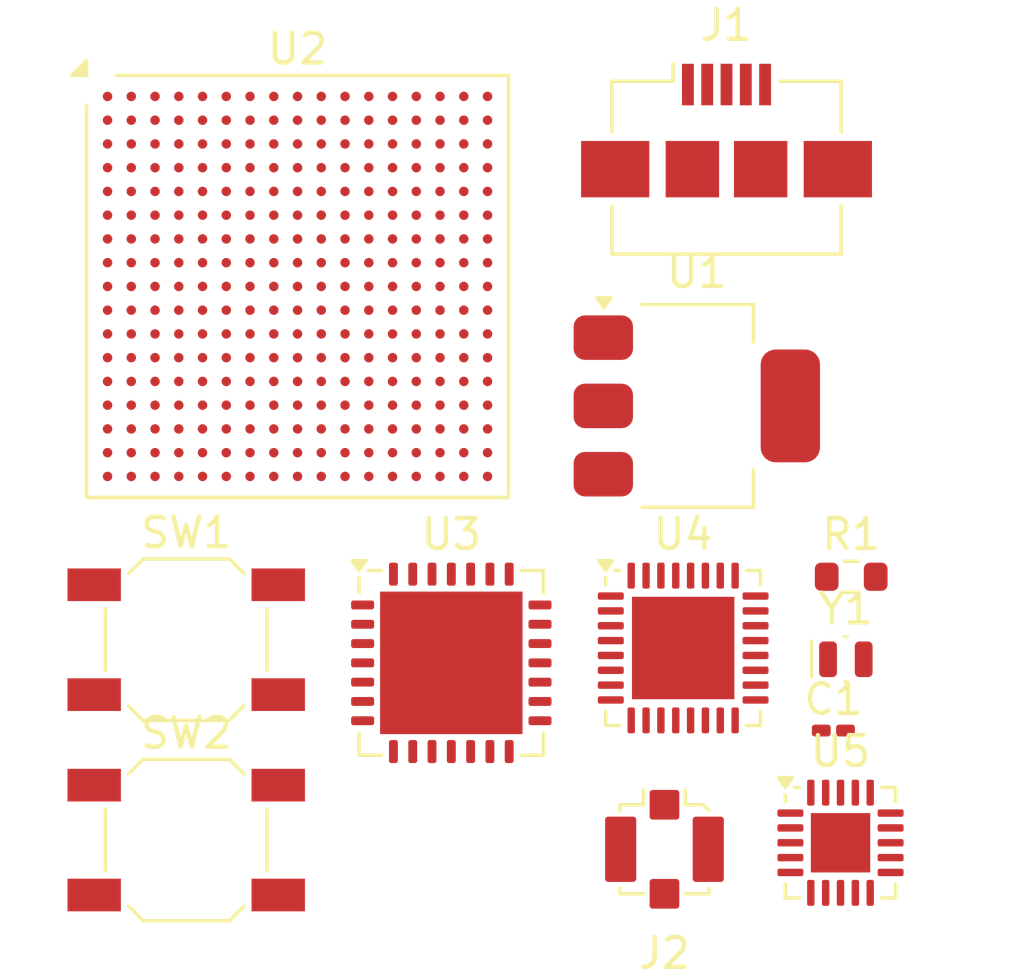
<source format=kicad_pcb>
(kicad_pcb (version 20241229) (generator "pcbnew") (generator_version "9.0")
  (layers (0 "F.Cu" power) (2 "B.Cu" power) (13 "F.Paste" user) (15 "B.Paste" user) (5 "F.SilkS" user "F.Silkscreen") (7 "B.SilkS" user "B.Silkscreen") (1 "F.Mask" user) (3 "B.Mask" user) (25 "Edge.Cuts" user))
  (net 0 "")
  (net 5 "Net-(J1-GND)")
  (net 6 "Net-(J2-In)")
  (net 7 "Net-(J1-VBUS)")
  (net 8 "Net-(U3-~{RESET})")
  (net 27 "Net-(U3-XTB)")
  (net 30 "Net-(U1-VO)")
  (net 35 "Net-(U2-VSS-PadA1)")
  (net 322 "Net-(U3-XTA)")
  (net 324 "Net-(U5-VSS-Pad1)")
  (footprint "Capacitor_SMD:C_0201_0603Metric_Pad0.64x0.40mm_HandSolder" (layer "F.Cu") (at 148.5725 57.72)
    (property "Reference" "C1" (at 0 -1.05 0) (layer "F.SilkS"))
    (property "Value" "20pF")
    (pad "1" smd roundrect (at -0.4075 0) (size 0.635 0.4) (layers "F.Cu" "F.Mask"))
    (pad "2" smd roundrect (at 0.4075 0) (size 0.635 0.4) (layers "F.Cu" "F.Mask") (net 322 "Net-(U3-XTA)"))
  )
  (footprint "Package_DFN_QFN:QFN-28-1EP_6x6mm_P0.65mm_EP4.8x4.8mm" (layer "F.Cu") (at 135.7025 55.44)
    (property "Reference" "U3" (at 0 -4.33 0) (layer "F.SilkS"))
    (property "Value" "SX1276")
    (pad "1" smd roundrect (at -2.9875 -1.95) (size 0.775 0.3) (layers "F.Cu" "F.Mask" "F.Paste"))
    (pad "2" smd roundrect (at -2.9875 -1.3) (size 0.775 0.3) (layers "F.Cu" "F.Mask" "F.Paste"))
    (pad "3" smd roundrect (at -2.9875 -0.65) (size 0.775 0.3) (layers "F.Cu" "F.Mask" "F.Paste"))
    (pad "4" smd roundrect (at -2.9875 0) (size 0.775 0.3) (layers "F.Cu" "F.Mask" "F.Paste"))
    (pad "5" smd roundrect (at -2.9875 0.65) (size 0.775 0.3) (layers "F.Cu" "F.Mask" "F.Paste") (net 322 "Net-(U3-XTA)"))
    (pad "6" smd roundrect (at -2.9875 1.3) (size 0.775 0.3) (layers "F.Cu" "F.Mask" "F.Paste") (net 27 "Net-(U3-XTB)"))
    (pad "7" smd roundrect (at -2.9875 1.95) (size 0.775 0.3) (layers "F.Cu" "F.Mask" "F.Paste") (net 8 "Net-(U3-~{RESET})"))
    (pad "8" smd roundrect (at -1.95 2.9875) (size 0.3 0.775) (layers "F.Cu" "F.Mask" "F.Paste"))
    (pad "9" smd roundrect (at -1.3 2.9875) (size 0.3 0.775) (layers "F.Cu" "F.Mask" "F.Paste"))
    (pad "10" smd roundrect (at -0.65 2.9875) (size 0.3 0.775) (layers "F.Cu" "F.Mask" "F.Paste"))
    (pad "11" smd roundrect (at 0 2.9875) (size 0.3 0.775) (layers "F.Cu" "F.Mask" "F.Paste"))
    (pad "12" smd roundrect (at 0.65 2.9875) (size 0.3 0.775) (layers "F.Cu" "F.Mask" "F.Paste"))
    (pad "13" smd roundrect (at 1.3 2.9875) (size 0.3 0.775) (layers "F.Cu" "F.Mask" "F.Paste"))
    (pad "14" smd roundrect (at 1.95 2.9875) (size 0.3 0.775) (layers "F.Cu" "F.Mask" "F.Paste"))
    (pad "15" smd roundrect (at 2.9875 1.95) (size 0.775 0.3) (layers "F.Cu" "F.Mask" "F.Paste") (net 5 "Net-(J1-GND)"))
    (pad "16" smd roundrect (at 2.9875 1.3) (size 0.775 0.3) (layers "F.Cu" "F.Mask" "F.Paste"))
    (pad "17" smd roundrect (at 2.9875 0.65) (size 0.775 0.3) (layers "F.Cu" "F.Mask" "F.Paste"))
    (pad "18" smd roundrect (at 2.9875 0) (size 0.775 0.3) (layers "F.Cu" "F.Mask" "F.Paste"))
    (pad "19" smd roundrect (at 2.9875 -0.65) (size 0.775 0.3) (layers "F.Cu" "F.Mask" "F.Paste"))
    (pad "20" smd roundrect (at 2.9875 -1.3) (size 0.775 0.3) (layers "F.Cu" "F.Mask" "F.Paste") (net 6 "Net-(J2-In)"))
    (pad "21" smd roundrect (at 2.9875 -1.95) (size 0.775 0.3) (layers "F.Cu" "F.Mask" "F.Paste"))
    (pad "22" smd roundrect (at 1.95 -2.9875) (size 0.3 0.775) (layers "F.Cu" "F.Mask" "F.Paste"))
    (pad "23" smd roundrect (at 1.3 -2.9875) (size 0.3 0.775) (layers "F.Cu" "F.Mask" "F.Paste") (net 5 "Net-(J1-GND)"))
    (pad "24" smd roundrect (at 0.65 -2.9875) (size 0.3 0.775) (layers "F.Cu" "F.Mask" "F.Paste"))
    (pad "25" smd roundrect (at 0 -2.9875) (size 0.3 0.775) (layers "F.Cu" "F.Mask" "F.Paste"))
    (pad "26" smd roundrect (at -0.65 -2.9875) (size 0.3 0.775) (layers "F.Cu" "F.Mask" "F.Paste") (net 5 "Net-(J1-GND)"))
    (pad "27" smd roundrect (at -1.3 -2.9875) (size 0.3 0.775) (layers "F.Cu" "F.Mask" "F.Paste"))
    (pad "28" smd roundrect (at -1.95 -2.9875) (size 0.3 0.775) (layers "F.Cu" "F.Mask" "F.Paste"))
    (pad "29" smd rect (at 0 0) (size 4.8 4.8) (property pad_prop_heatsink) (layers "F.Cu" "F.Mask") (net 5 "Net-(J1-GND)"))
  )
  (footprint "Package_DFN_QFN:QFN-20-1EP_3.5x3.5mm_P0.5mm_EP2x2mm" (layer "F.Cu") (at 148.8125 61.5)
    (property "Reference" "U5" (at 0 -3.08 0) (layer "F.SilkS"))
    (property "Value" "BQ25570")
    (pad "1" smd roundrect (at -1.6875 -1) (size 0.875 0.25) (layers "F.Cu" "F.Mask" "F.Paste") (net 324 "Net-(U5-VSS-Pad1)"))
    (pad "2" smd roundrect (at -1.6875 -0.5) (size 0.875 0.25) (layers "F.Cu" "F.Mask" "F.Paste"))
    (pad "3" smd roundrect (at -1.6875 0) (size 0.875 0.25) (layers "F.Cu" "F.Mask" "F.Paste"))
    (pad "4" smd roundrect (at -1.6875 0.5) (size 0.875 0.25) (layers "F.Cu" "F.Mask" "F.Paste"))
    (pad "5" smd roundrect (at -1.6875 1) (size 0.875 0.25) (layers "F.Cu" "F.Mask" "F.Paste"))
    (pad "6" smd roundrect (at -1 1.6875) (size 0.25 0.875) (layers "F.Cu" "F.Mask" "F.Paste"))
    (pad "7" smd roundrect (at -0.5 1.6875) (size 0.25 0.875) (layers "F.Cu" "F.Mask" "F.Paste"))
    (pad "8" smd roundrect (at 0 1.6875) (size 0.25 0.875) (layers "F.Cu" "F.Mask" "F.Paste"))
    (pad "9" smd roundrect (at 0.5 1.6875) (size 0.25 0.875) (layers "F.Cu" "F.Mask" "F.Paste") (net 324 "Net-(U5-VSS-Pad1)"))
    (pad "10" smd roundrect (at 1 1.6875) (size 0.25 0.875) (layers "F.Cu" "F.Mask" "F.Paste"))
    (pad "11" smd roundrect (at 1.6875 1) (size 0.875 0.25) (layers "F.Cu" "F.Mask" "F.Paste"))
    (pad "12" smd roundrect (at 1.6875 0.5) (size 0.875 0.25) (layers "F.Cu" "F.Mask" "F.Paste"))
    (pad "13" smd roundrect (at 1.6875 0) (size 0.875 0.25) (layers "F.Cu" "F.Mask" "F.Paste"))
    (pad "14" smd roundrect (at 1.6875 -0.5) (size 0.875 0.25) (layers "F.Cu" "F.Mask" "F.Paste"))
    (pad "15" smd roundrect (at 1.6875 -1) (size 0.875 0.25) (layers "F.Cu" "F.Mask" "F.Paste") (net 324 "Net-(U5-VSS-Pad1)"))
    (pad "16" smd roundrect (at 1 -1.6875) (size 0.25 0.875) (layers "F.Cu" "F.Mask" "F.Paste"))
    (pad "17" smd roundrect (at 0.5 -1.6875) (size 0.25 0.875) (layers "F.Cu" "F.Mask" "F.Paste") (net 324 "Net-(U5-VSS-Pad1)"))
    (pad "18" smd roundrect (at 0 -1.6875) (size 0.25 0.875) (layers "F.Cu" "F.Mask" "F.Paste"))
    (pad "19" smd roundrect (at -0.5 -1.6875) (size 0.25 0.875) (layers "F.Cu" "F.Mask" "F.Paste"))
    (pad "20" smd roundrect (at -1 -1.6875) (size 0.25 0.875) (layers "F.Cu" "F.Mask" "F.Paste"))
    (pad "21" smd rect (at 0 0) (size 2 2) (property pad_prop_heatsink) (layers "F.Cu" "F.Mask") (net 324 "Net-(U5-VSS-Pad1)"))
  )
  (footprint "Resistor_SMD:R_0603_1608Metric" (layer "F.Cu") (at 149.1725 52.54)
    (property "Reference" "R1" (at 0 -1.43 0) (layer "F.SilkS"))
    (property "Value" "R")
    (pad "1" smd roundrect (at -0.825 0) (size 0.8 0.95) (layers "F.Cu" "F.Mask" "F.Paste") (net 27 "Net-(U3-XTB)"))
    (pad "2" smd roundrect (at 0.825 0) (size 0.8 0.95) (layers "F.Cu" "F.Mask" "F.Paste") (net 322 "Net-(U3-XTA)"))
  )
  (footprint "Button_Switch_SMD:SW_SPST_SKQG_WithoutStem" (layer "F.Cu") (at 126.7725 54.66)
    (property "Reference" "SW1" (at 0 -3.6 0) (layer "F.SilkS"))
    (property "Value" "SW_Push")
    (pad "1" smd rect (at -3.1 -1.85) (size 1.8 1.1) (layers "F.Cu" "F.Mask" "F.Paste") (net 30 "Net-(U1-VO)"))
    (pad "1" smd rect (at 3.1 -1.85) (size 1.8 1.1) (layers "F.Cu" "F.Mask" "F.Paste") (net 30 "Net-(U1-VO)"))
    (pad "2" smd rect (at -3.1 1.85) (size 1.8 1.1) (layers "F.Cu" "F.Mask" "F.Paste"))
    (pad "2" smd rect (at 3.1 1.85) (size 1.8 1.1) (layers "F.Cu" "F.Mask" "F.Paste"))
  )
  (footprint "Package_DFN_QFN:QFN-32-1EP_5x5mm_P0.5mm_EP3.45x3.45mm" (layer "F.Cu") (at 143.5125 54.94)
    (property "Reference" "U4" (at 0 -3.83 0) (layer "F.SilkS"))
    (property "Value" "nRF8001")
    (pad "1" smd roundrect (at -2.4375 -1.75) (size 0.875 0.25) (layers "F.Cu" "F.Mask" "F.Paste"))
    (pad "2" smd roundrect (at -2.4375 -1.25) (size 0.875 0.25) (layers "F.Cu" "F.Mask" "F.Paste"))
    (pad "3" smd roundrect (at -2.4375 -0.75) (size 0.875 0.25) (layers "F.Cu" "F.Mask" "F.Paste"))
    (pad "4" smd roundrect (at -2.4375 -0.25) (size 0.875 0.25) (layers "F.Cu" "F.Mask" "F.Paste"))
    (pad "5" smd roundrect (at -2.4375 0.25) (size 0.875 0.25) (layers "F.Cu" "F.Mask" "F.Paste"))
    (pad "6" smd roundrect (at -2.4375 0.75) (size 0.875 0.25) (layers "F.Cu" "F.Mask" "F.Paste"))
    (pad "7" smd roundrect (at -2.4375 1.25) (size 0.875 0.25) (layers "F.Cu" "F.Mask" "F.Paste"))
    (pad "8" smd roundrect (at -2.4375 1.75) (size 0.875 0.25) (layers "F.Cu" "F.Mask" "F.Paste"))
    (pad "9" smd roundrect (at -1.75 2.4375) (size 0.25 0.875) (layers "F.Cu" "F.Mask" "F.Paste"))
    (pad "10" smd roundrect (at -1.25 2.4375) (size 0.25 0.875) (layers "F.Cu" "F.Mask" "F.Paste"))
    (pad "11" smd roundrect (at -0.75 2.4375) (size 0.25 0.875) (layers "F.Cu" "F.Mask" "F.Paste"))
    (pad "12" smd roundrect (at -0.25 2.4375) (size 0.25 0.875) (layers "F.Cu" "F.Mask" "F.Paste"))
    (pad "13" smd roundrect (at 0.25 2.4375) (size 0.25 0.875) (layers "F.Cu" "F.Mask" "F.Paste"))
    (pad "14" smd roundrect (at 0.75 2.4375) (size 0.25 0.875) (layers "F.Cu" "F.Mask" "F.Paste"))
    (pad "15" smd roundrect (at 1.25 2.4375) (size 0.25 0.875) (layers "F.Cu" "F.Mask" "F.Paste"))
    (pad "16" smd roundrect (at 1.75 2.4375) (size 0.25 0.875) (layers "F.Cu" "F.Mask" "F.Paste"))
    (pad "17" smd roundrect (at 2.4375 1.75) (size 0.875 0.25) (layers "F.Cu" "F.Mask" "F.Paste"))
    (pad "18" smd roundrect (at 2.4375 1.25) (size 0.875 0.25) (layers "F.Cu" "F.Mask" "F.Paste"))
    (pad "19" smd roundrect (at 2.4375 0.75) (size 0.875 0.25) (layers "F.Cu" "F.Mask" "F.Paste"))
    (pad "20" smd roundrect (at 2.4375 0.25) (size 0.875 0.25) (layers "F.Cu" "F.Mask" "F.Paste"))
    (pad "21" smd roundrect (at 2.4375 -0.25) (size 0.875 0.25) (layers "F.Cu" "F.Mask" "F.Paste"))
    (pad "22" smd roundrect (at 2.4375 -0.75) (size 0.875 0.25) (layers "F.Cu" "F.Mask" "F.Paste"))
    (pad "23" smd roundrect (at 2.4375 -1.25) (size 0.875 0.25) (layers "F.Cu" "F.Mask" "F.Paste"))
    (pad "24" smd roundrect (at 2.4375 -1.75) (size 0.875 0.25) (layers "F.Cu" "F.Mask" "F.Paste"))
    (pad "25" smd roundrect (at 1.75 -2.4375) (size 0.25 0.875) (layers "F.Cu" "F.Mask" "F.Paste"))
    (pad "26" smd roundrect (at 1.25 -2.4375) (size 0.25 0.875) (layers "F.Cu" "F.Mask" "F.Paste"))
    (pad "27" smd roundrect (at 0.75 -2.4375) (size 0.25 0.875) (layers "F.Cu" "F.Mask" "F.Paste"))
    (pad "28" smd roundrect (at 0.25 -2.4375) (size 0.25 0.875) (layers "F.Cu" "F.Mask" "F.Paste"))
    (pad "29" smd roundrect (at -0.25 -2.4375) (size 0.25 0.875) (layers "F.Cu" "F.Mask" "F.Paste"))
    (pad "30" smd roundrect (at -0.75 -2.4375) (size 0.25 0.875) (layers "F.Cu" "F.Mask" "F.Paste"))
    (pad "31" smd roundrect (at -1.25 -2.4375) (size 0.25 0.875) (layers "F.Cu" "F.Mask" "F.Paste"))
    (pad "32" smd roundrect (at -1.75 -2.4375) (size 0.25 0.875) (layers "F.Cu" "F.Mask" "F.Paste"))
    (pad "33" smd rect (at 0 0) (size 3.45 3.45) (property pad_prop_heatsink) (layers "F.Cu" "F.Mask"))
  )
  (footprint "Connector_USB:USB_Micro-B_Amphenol_10104110_Horizontal" (layer "F.Cu") (at 144.9725 37.51)
    (property "Reference" "J1" (at 0 -3.55 0) (layer "F.SilkS"))
    (property "Value" "USB_B_Micro")
    (pad "1" smd rect (at -1.3 -1.55) (size 0.4 1.4) (layers "F.Cu" "F.Mask" "F.Paste") (net 7 "Net-(J1-VBUS)"))
    (pad "2" smd rect (at -0.65 -1.55) (size 0.4 1.4) (layers "F.Cu" "F.Mask" "F.Paste"))
    (pad "3" smd rect (at 0 -1.55) (size 0.4 1.4) (layers "F.Cu" "F.Mask" "F.Paste"))
    (pad "4" smd rect (at 0.65 -1.55) (size 0.4 1.4) (layers "F.Cu" "F.Mask" "F.Paste"))
    (pad "5" smd rect (at 1.3 -1.55) (size 0.4 1.4) (layers "F.Cu" "F.Mask" "F.Paste") (net 5 "Net-(J1-GND)"))
    (pad "6" smd rect (at -3.75 1.3) (size 2.3 1.9) (layers "F.Cu" "F.Mask" "F.Paste"))
    (pad "6" smd rect (at -1.15 1.3) (size 1.8 1.9) (layers "F.Cu" "F.Mask" "F.Paste"))
    (pad "6" smd rect (at 1.15 1.3) (size 1.8 1.9) (layers "F.Cu" "F.Mask" "F.Paste"))
    (pad "6" smd rect (at 3.75 1.3) (size 2.3 1.9) (layers "F.Cu" "F.Mask" "F.Paste"))
  )
  (footprint "Button_Switch_SMD:SW_SPST_SKQG_WithoutStem" (layer "F.Cu") (at 126.7725 61.41)
    (property "Reference" "SW2" (at 0 -3.6 0) (layer "F.SilkS"))
    (property "Value" "SW_Push")
    (pad "1" smd rect (at -3.1 -1.85) (size 1.8 1.1) (layers "F.Cu" "F.Mask" "F.Paste") (net 7 "Net-(J1-VBUS)"))
    (pad "1" smd rect (at 3.1 -1.85) (size 1.8 1.1) (layers "F.Cu" "F.Mask" "F.Paste") (net 7 "Net-(J1-VBUS)"))
    (pad "2" smd rect (at -3.1 1.85) (size 1.8 1.1) (layers "F.Cu" "F.Mask" "F.Paste") (net 8 "Net-(U3-~{RESET})"))
    (pad "2" smd rect (at 3.1 1.85) (size 1.8 1.1) (layers "F.Cu" "F.Mask" "F.Paste") (net 8 "Net-(U3-~{RESET})"))
  )
  (footprint "Package_BGA:LFBGA-289_14x14mm_Layout17x17_P0.8mm" (layer "F.Cu") (at 130.5225 42.76)
    (property "Reference" "U2" (at 0 -8 0) (layer "F.SilkS"))
    (property "Value" "STM32MP131AAEx")
    (pad "A1" smd circle (at -6.4 -6.4) (size 0.32 0.32) (property pad_prop_bga) (layers "F.Cu" "F.Mask" "F.Paste") (net 35 "Net-(U2-VSS-PadA1)"))
    (pad "A2" smd circle (at -5.6 -6.4) (size 0.32 0.32) (property pad_prop_bga) (layers "F.Cu" "F.Mask" "F.Paste"))
    (pad "A3" smd circle (at -4.8 -6.4) (size 0.32 0.32) (property pad_prop_bga) (layers "F.Cu" "F.Mask" "F.Paste"))
    (pad "A4" smd circle (at -4 -6.4) (size 0.32 0.32) (property pad_prop_bga) (layers "F.Cu" "F.Mask" "F.Paste"))
    (pad "A5" smd circle (at -3.2 -6.4) (size 0.32 0.32) (property pad_prop_bga) (layers "F.Cu" "F.Mask" "F.Paste"))
    (pad "A6" smd circle (at -2.4 -6.4) (size 0.32 0.32) (property pad_prop_bga) (layers "F.Cu" "F.Mask" "F.Paste"))
    (pad "A7" smd circle (at -1.6 -6.4) (size 0.32 0.32) (property pad_prop_bga) (layers "F.Cu" "F.Mask" "F.Paste"))
    (pad "A8" smd circle (at -0.8 -6.4) (size 0.32 0.32) (property pad_prop_bga) (layers "F.Cu" "F.Mask" "F.Paste"))
    (pad "A9" smd circle (at 0 -6.4) (size 0.32 0.32) (property pad_prop_bga) (layers "F.Cu" "F.Mask" "F.Paste"))
    (pad "A10" smd circle (at 0.8 -6.4) (size 0.32 0.32) (property pad_prop_bga) (layers "F.Cu" "F.Mask" "F.Paste"))
    (pad "A11" smd circle (at 1.6 -6.4) (size 0.32 0.32) (property pad_prop_bga) (layers "F.Cu" "F.Mask" "F.Paste"))
    (pad "A12" smd circle (at 2.4 -6.4) (size 0.32 0.32) (property pad_prop_bga) (layers "F.Cu" "F.Mask" "F.Paste"))
    (pad "A13" smd circle (at 3.2 -6.4) (size 0.32 0.32) (property pad_prop_bga) (layers "F.Cu" "F.Mask" "F.Paste"))
    (pad "A14" smd circle (at 4 -6.4) (size 0.32 0.32) (property pad_prop_bga) (layers "F.Cu" "F.Mask" "F.Paste"))
    (pad "A15" smd circle (at 4.8 -6.4) (size 0.32 0.32) (property pad_prop_bga) (layers "F.Cu" "F.Mask" "F.Paste"))
    (pad "A16" smd circle (at 5.6 -6.4) (size 0.32 0.32) (property pad_prop_bga) (layers "F.Cu" "F.Mask" "F.Paste"))
    (pad "A17" smd circle (at 6.4 -6.4) (size 0.32 0.32) (property pad_prop_bga) (layers "F.Cu" "F.Mask" "F.Paste") (net 35 "Net-(U2-VSS-PadA1)"))
    (pad "B1" smd circle (at -6.4 -5.6) (size 0.32 0.32) (property pad_prop_bga) (layers "F.Cu" "F.Mask" "F.Paste"))
    (pad "B2" smd circle (at -5.6 -5.6) (size 0.32 0.32) (property pad_prop_bga) (layers "F.Cu" "F.Mask" "F.Paste"))
    (pad "B3" smd circle (at -4.8 -5.6) (size 0.32 0.32) (property pad_prop_bga) (layers "F.Cu" "F.Mask" "F.Paste"))
    (pad "B4" smd circle (at -4 -5.6) (size 0.32 0.32) (property pad_prop_bga) (layers "F.Cu" "F.Mask" "F.Paste"))
    (pad "B5" smd circle (at -3.2 -5.6) (size 0.32 0.32) (property pad_prop_bga) (layers "F.Cu" "F.Mask" "F.Paste"))
    (pad "B6" smd circle (at -2.4 -5.6) (size 0.32 0.32) (property pad_prop_bga) (layers "F.Cu" "F.Mask" "F.Paste"))
    (pad "B7" smd circle (at -1.6 -5.6) (size 0.32 0.32) (property pad_prop_bga) (layers "F.Cu" "F.Mask" "F.Paste"))
    (pad "B8" smd circle (at -0.8 -5.6) (size 0.32 0.32) (property pad_prop_bga) (layers "F.Cu" "F.Mask" "F.Paste"))
    (pad "B9" smd circle (at 0 -5.6) (size 0.32 0.32) (property pad_prop_bga) (layers "F.Cu" "F.Mask" "F.Paste"))
    (pad "B10" smd circle (at 0.8 -5.6) (size 0.32 0.32) (property pad_prop_bga) (layers "F.Cu" "F.Mask" "F.Paste"))
    (pad "B11" smd circle (at 1.6 -5.6) (size 0.32 0.32) (property pad_prop_bga) (layers "F.Cu" "F.Mask" "F.Paste"))
    (pad "B12" smd circle (at 2.4 -5.6) (size 0.32 0.32) (property pad_prop_bga) (layers "F.Cu" "F.Mask" "F.Paste"))
    (pad "B13" smd circle (at 3.2 -5.6) (size 0.32 0.32) (property pad_prop_bga) (layers "F.Cu" "F.Mask" "F.Paste"))
    (pad "B14" smd circle (at 4 -5.6) (size 0.32 0.32) (property pad_prop_bga) (layers "F.Cu" "F.Mask" "F.Paste"))
    (pad "B15" smd circle (at 4.8 -5.6) (size 0.32 0.32) (property pad_prop_bga) (layers "F.Cu" "F.Mask" "F.Paste"))
    (pad "B16" smd circle (at 5.6 -5.6) (size 0.32 0.32) (property pad_prop_bga) (layers "F.Cu" "F.Mask" "F.Paste"))
    (pad "B17" smd circle (at 6.4 -5.6) (size 0.32 0.32) (property pad_prop_bga) (layers "F.Cu" "F.Mask" "F.Paste"))
    (pad "C1" smd circle (at -6.4 -4.8) (size 0.32 0.32) (property pad_prop_bga) (layers "F.Cu" "F.Mask" "F.Paste"))
    (pad "C2" smd circle (at -5.6 -4.8) (size 0.32 0.32) (property pad_prop_bga) (layers "F.Cu" "F.Mask" "F.Paste"))
    (pad "C3" smd circle (at -4.8 -4.8) (size 0.32 0.32) (property pad_prop_bga) (layers "F.Cu" "F.Mask" "F.Paste"))
    (pad "C4" smd circle (at -4 -4.8) (size 0.32 0.32) (property pad_prop_bga) (layers "F.Cu" "F.Mask" "F.Paste"))
    (pad "C5" smd circle (at -3.2 -4.8) (size 0.32 0.32) (property pad_prop_bga) (layers "F.Cu" "F.Mask" "F.Paste"))
    (pad "C6" smd circle (at -2.4 -4.8) (size 0.32 0.32) (property pad_prop_bga) (layers "F.Cu" "F.Mask" "F.Paste"))
    (pad "C7" smd circle (at -1.6 -4.8) (size 0.32 0.32) (property pad_prop_bga) (layers "F.Cu" "F.Mask" "F.Paste"))
    (pad "C8" smd circle (at -0.8 -4.8) (size 0.32 0.32) (property pad_prop_bga) (layers "F.Cu" "F.Mask" "F.Paste") (net 35 "Net-(U2-VSS-PadA1)"))
    (pad "C9" smd circle (at 0 -4.8) (size 0.32 0.32) (property pad_prop_bga) (layers "F.Cu" "F.Mask" "F.Paste"))
    (pad "C10" smd circle (at 0.8 -4.8) (size 0.32 0.32) (property pad_prop_bga) (layers "F.Cu" "F.Mask" "F.Paste"))
    (pad "C11" smd circle (at 1.6 -4.8) (size 0.32 0.32) (property pad_prop_bga) (layers "F.Cu" "F.Mask" "F.Paste"))
    (pad "C12" smd circle (at 2.4 -4.8) (size 0.32 0.32) (property pad_prop_bga) (layers "F.Cu" "F.Mask" "F.Paste"))
    (pad "C13" smd circle (at 3.2 -4.8) (size 0.32 0.32) (property pad_prop_bga) (layers "F.Cu" "F.Mask" "F.Paste"))
    (pad "C14" smd circle (at 4 -4.8) (size 0.32 0.32) (property pad_prop_bga) (layers "F.Cu" "F.Mask" "F.Paste"))
    (pad "C15" smd circle (at 4.8 -4.8) (size 0.32 0.32) (property pad_prop_bga) (layers "F.Cu" "F.Mask" "F.Paste"))
    (pad "C16" smd circle (at 5.6 -4.8) (size 0.32 0.32) (property pad_prop_bga) (layers "F.Cu" "F.Mask" "F.Paste"))
    (pad "C17" smd circle (at 6.4 -4.8) (size 0.32 0.32) (property pad_prop_bga) (layers "F.Cu" "F.Mask" "F.Paste"))
    (pad "D1" smd circle (at -6.4 -4) (size 0.32 0.32) (property pad_prop_bga) (layers "F.Cu" "F.Mask" "F.Paste"))
    (pad "D2" smd circle (at -5.6 -4) (size 0.32 0.32) (property pad_prop_bga) (layers "F.Cu" "F.Mask" "F.Paste"))
    (pad "D3" smd circle (at -4.8 -4) (size 0.32 0.32) (property pad_prop_bga) (layers "F.Cu" "F.Mask" "F.Paste") (net 35 "Net-(U2-VSS-PadA1)"))
    (pad "D4" smd circle (at -4 -4) (size 0.32 0.32) (property pad_prop_bga) (layers "F.Cu" "F.Mask" "F.Paste"))
    (pad "D5" smd circle (at -3.2 -4) (size 0.32 0.32) (property pad_prop_bga) (layers "F.Cu" "F.Mask" "F.Paste"))
    (pad "D6" smd circle (at -2.4 -4) (size 0.32 0.32) (property pad_prop_bga) (layers "F.Cu" "F.Mask" "F.Paste"))
    (pad "D7" smd circle (at -1.6 -4) (size 0.32 0.32) (property pad_prop_bga) (layers "F.Cu" "F.Mask" "F.Paste"))
    (pad "D8" smd circle (at -0.8 -4) (size 0.32 0.32) (property pad_prop_bga) (layers "F.Cu" "F.Mask" "F.Paste"))
    (pad "D9" smd circle (at 0 -4) (size 0.32 0.32) (property pad_prop_bga) (layers "F.Cu" "F.Mask" "F.Paste"))
    (pad "D10" smd circle (at 0.8 -4) (size 0.32 0.32) (property pad_prop_bga) (layers "F.Cu" "F.Mask" "F.Paste"))
    (pad "D11" smd circle (at 1.6 -4) (size 0.32 0.32) (property pad_prop_bga) (layers "F.Cu" "F.Mask" "F.Paste"))
    (pad "D12" smd circle (at 2.4 -4) (size 0.32 0.32) (property pad_prop_bga) (layers "F.Cu" "F.Mask" "F.Paste") (net 35 "Net-(U2-VSS-PadA1)"))
    (pad "D13" smd circle (at 3.2 -4) (size 0.32 0.32) (property pad_prop_bga) (layers "F.Cu" "F.Mask" "F.Paste"))
    (pad "D14" smd circle (at 4 -4) (size 0.32 0.32) (property pad_prop_bga) (layers "F.Cu" "F.Mask" "F.Paste"))
    (pad "D15" smd circle (at 4.8 -4) (size 0.32 0.32) (property pad_prop_bga) (layers "F.Cu" "F.Mask" "F.Paste"))
    (pad "D16" smd circle (at 5.6 -4) (size 0.32 0.32) (property pad_prop_bga) (layers "F.Cu" "F.Mask" "F.Paste"))
    (pad "D17" smd circle (at 6.4 -4) (size 0.32 0.32) (property pad_prop_bga) (layers "F.Cu" "F.Mask" "F.Paste"))
    (pad "E1" smd circle (at -6.4 -3.2) (size 0.32 0.32) (property pad_prop_bga) (layers "F.Cu" "F.Mask" "F.Paste"))
    (pad "E2" smd circle (at -5.6 -3.2) (size 0.32 0.32) (property pad_prop_bga) (layers "F.Cu" "F.Mask" "F.Paste"))
    (pad "E3" smd circle (at -4.8 -3.2) (size 0.32 0.32) (property pad_prop_bga) (layers "F.Cu" "F.Mask" "F.Paste"))
    (pad "E4" smd circle (at -4 -3.2) (size 0.32 0.32) (property pad_prop_bga) (layers "F.Cu" "F.Mask" "F.Paste"))
    (pad "E5" smd circle (at -3.2 -3.2) (size 0.32 0.32) (property pad_prop_bga) (layers "F.Cu" "F.Mask" "F.Paste") (net 35 "Net-(U2-VSS-PadA1)"))
    (pad "E6" smd circle (at -2.4 -3.2) (size 0.32 0.32) (property pad_prop_bga) (layers "F.Cu" "F.Mask" "F.Paste"))
    (pad "E7" smd circle (at -1.6 -3.2) (size 0.32 0.32) (property pad_prop_bga) (layers "F.Cu" "F.Mask" "F.Paste"))
    (pad "E8" smd circle (at -0.8 -3.2) (size 0.32 0.32) (property pad_prop_bga) (layers "F.Cu" "F.Mask" "F.Paste"))
    (pad "E9" smd circle (at 0 -3.2) (size 0.32 0.32) (property pad_prop_bga) (layers "F.Cu" "F.Mask" "F.Paste"))
    (pad "E10" smd circle (at 0.8 -3.2) (size 0.32 0.32) (property pad_prop_bga) (layers "F.Cu" "F.Mask" "F.Paste"))
    (pad "E11" smd circle (at 1.6 -3.2) (size 0.32 0.32) (property pad_prop_bga) (layers "F.Cu" "F.Mask" "F.Paste"))
    (pad "E12" smd circle (at 2.4 -3.2) (size 0.32 0.32) (property pad_prop_bga) (layers "F.Cu" "F.Mask" "F.Paste"))
    (pad "E13" smd circle (at 3.2 -3.2) (size 0.32 0.32) (property pad_prop_bga) (layers "F.Cu" "F.Mask" "F.Paste"))
    (pad "E14" smd circle (at 4 -3.2) (size 0.32 0.32) (property pad_prop_bga) (layers "F.Cu" "F.Mask" "F.Paste"))
    (pad "E15" smd circle (at 4.8 -3.2) (size 0.32 0.32) (property pad_prop_bga) (layers "F.Cu" "F.Mask" "F.Paste"))
    (pad "E16" smd circle (at 5.6 -3.2) (size 0.32 0.32) (property pad_prop_bga) (layers "F.Cu" "F.Mask" "F.Paste"))
    (pad "E17" smd circle (at 6.4 -3.2) (size 0.32 0.32) (property pad_prop_bga) (layers "F.Cu" "F.Mask" "F.Paste"))
    (pad "F1" smd circle (at -6.4 -2.4) (size 0.32 0.32) (property pad_prop_bga) (layers "F.Cu" "F.Mask" "F.Paste"))
    (pad "F2" smd circle (at -5.6 -2.4) (size 0.32 0.32) (property pad_prop_bga) (layers "F.Cu" "F.Mask" "F.Paste"))
    (pad "F3" smd circle (at -4.8 -2.4) (size 0.32 0.32) (property pad_prop_bga) (layers "F.Cu" "F.Mask" "F.Paste"))
    (pad "F4" smd circle (at -4 -2.4) (size 0.32 0.32) (property pad_prop_bga) (layers "F.Cu" "F.Mask" "F.Paste"))
    (pad "F5" smd circle (at -3.2 -2.4) (size 0.32 0.32) (property pad_prop_bga) (layers "F.Cu" "F.Mask" "F.Paste"))
    (pad "F6" smd circle (at -2.4 -2.4) (size 0.32 0.32) (property pad_prop_bga) (layers "F.Cu" "F.Mask" "F.Paste"))
    (pad "F7" smd circle (at -1.6 -2.4) (size 0.32 0.32) (property pad_prop_bga) (layers "F.Cu" "F.Mask" "F.Paste"))
    (pad "F8" smd circle (at -0.8 -2.4) (size 0.32 0.32) (property pad_prop_bga) (layers "F.Cu" "F.Mask" "F.Paste"))
    (pad "F9" smd circle (at 0 -2.4) (size 0.32 0.32) (property pad_prop_bga) (layers "F.Cu" "F.Mask" "F.Paste"))
    (pad "F10" smd circle (at 0.8 -2.4) (size 0.32 0.32) (property pad_prop_bga) (layers "F.Cu" "F.Mask" "F.Paste"))
    (pad "F11" smd circle (at 1.6 -2.4) (size 0.32 0.32) (property pad_prop_bga) (layers "F.Cu" "F.Mask" "F.Paste"))
    (pad "F12" smd circle (at 2.4 -2.4) (size 0.32 0.32) (property pad_prop_bga) (layers "F.Cu" "F.Mask" "F.Paste"))
    (pad "F13" smd circle (at 3.2 -2.4) (size 0.32 0.32) (property pad_prop_bga) (layers "F.Cu" "F.Mask" "F.Paste") (net 35 "Net-(U2-VSS-PadA1)"))
    (pad "F14" smd circle (at 4 -2.4) (size 0.32 0.32) (property pad_prop_bga) (layers "F.Cu" "F.Mask" "F.Paste"))
    (pad "F15" smd circle (at 4.8 -2.4) (size 0.32 0.32) (property pad_prop_bga) (layers "F.Cu" "F.Mask" "F.Paste") (net 35 "Net-(U2-VSS-PadA1)"))
    (pad "F16" smd circle (at 5.6 -2.4) (size 0.32 0.32) (property pad_prop_bga) (layers "F.Cu" "F.Mask" "F.Paste"))
    (pad "F17" smd circle (at 6.4 -2.4) (size 0.32 0.32) (property pad_prop_bga) (layers "F.Cu" "F.Mask" "F.Paste"))
    (pad "G1" smd circle (at -6.4 -1.6) (size 0.32 0.32) (property pad_prop_bga) (layers "F.Cu" "F.Mask" "F.Paste"))
    (pad "G2" smd circle (at -5.6 -1.6) (size 0.32 0.32) (property pad_prop_bga) (layers "F.Cu" "F.Mask" "F.Paste"))
    (pad "G3" smd circle (at -4.8 -1.6) (size 0.32 0.32) (property pad_prop_bga) (layers "F.Cu" "F.Mask" "F.Paste"))
    (pad "G4" smd circle (at -4 -1.6) (size 0.32 0.32) (property pad_prop_bga) (layers "F.Cu" "F.Mask" "F.Paste"))
    (pad "G5" smd circle (at -3.2 -1.6) (size 0.32 0.32) (property pad_prop_bga) (layers "F.Cu" "F.Mask" "F.Paste"))
    (pad "G6" smd circle (at -2.4 -1.6) (size 0.32 0.32) (property pad_prop_bga) (layers "F.Cu" "F.Mask" "F.Paste"))
    (pad "G7" smd circle (at -1.6 -1.6) (size 0.32 0.32) (property pad_prop_bga) (layers "F.Cu" "F.Mask" "F.Paste") (net 35 "Net-(U2-VSS-PadA1)"))
    (pad "G8" smd circle (at -0.8 -1.6) (size 0.32 0.32) (property pad_prop_bga) (layers "F.Cu" "F.Mask" "F.Paste") (net 35 "Net-(U2-VSS-PadA1)"))
    (pad "G9" smd circle (at 0 -1.6) (size 0.32 0.32) (property pad_prop_bga) (layers "F.Cu" "F.Mask" "F.Paste") (net 35 "Net-(U2-VSS-PadA1)"))
    (pad "G10" smd circle (at 0.8 -1.6) (size 0.32 0.32) (property pad_prop_bga) (layers "F.Cu" "F.Mask" "F.Paste") (net 35 "Net-(U2-VSS-PadA1)"))
    (pad "G11" smd circle (at 1.6 -1.6) (size 0.32 0.32) (property pad_prop_bga) (layers "F.Cu" "F.Mask" "F.Paste") (net 35 "Net-(U2-VSS-PadA1)"))
    (pad "G12" smd circle (at 2.4 -1.6) (size 0.32 0.32) (property pad_prop_bga) (layers "F.Cu" "F.Mask" "F.Paste"))
    (pad "G13" smd circle (at 3.2 -1.6) (size 0.32 0.32) (property pad_prop_bga) (layers "F.Cu" "F.Mask" "F.Paste"))
    (pad "G14" smd circle (at 4 -1.6) (size 0.32 0.32) (property pad_prop_bga) (layers "F.Cu" "F.Mask" "F.Paste"))
    (pad "G15" smd circle (at 4.8 -1.6) (size 0.32 0.32) (property pad_prop_bga) (layers "F.Cu" "F.Mask" "F.Paste"))
    (pad "G16" smd circle (at 5.6 -1.6) (size 0.32 0.32) (property pad_prop_bga) (layers "F.Cu" "F.Mask" "F.Paste"))
    (pad "G17" smd circle (at 6.4 -1.6) (size 0.32 0.32) (property pad_prop_bga) (layers "F.Cu" "F.Mask" "F.Paste"))
    (pad "H1" smd circle (at -6.4 -0.8) (size 0.32 0.32) (property pad_prop_bga) (layers "F.Cu" "F.Mask" "F.Paste"))
    (pad "H2" smd circle (at -5.6 -0.8) (size 0.32 0.32) (property pad_prop_bga) (layers "F.Cu" "F.Mask" "F.Paste"))
    (pad "H3" smd circle (at -4.8 -0.8) (size 0.32 0.32) (property pad_prop_bga) (layers "F.Cu" "F.Mask" "F.Paste"))
    (pad "H4" smd circle (at -4 -0.8) (size 0.32 0.32) (property pad_prop_bga) (layers "F.Cu" "F.Mask" "F.Paste"))
    (pad "H5" smd circle (at -3.2 -0.8) (size 0.32 0.32) (property pad_prop_bga) (layers "F.Cu" "F.Mask" "F.Paste"))
    (pad "H6" smd circle (at -2.4 -0.8) (size 0.32 0.32) (property pad_prop_bga) (layers "F.Cu" "F.Mask" "F.Paste"))
    (pad "H7" smd circle (at -1.6 -0.8) (size 0.32 0.32) (property pad_prop_bga) (layers "F.Cu" "F.Mask" "F.Paste") (net 35 "Net-(U2-VSS-PadA1)"))
    (pad "H8" smd circle (at -0.8 -0.8) (size 0.32 0.32) (property pad_prop_bga) (layers "F.Cu" "F.Mask" "F.Paste"))
    (pad "H9" smd circle (at 0 -0.8) (size 0.32 0.32) (property pad_prop_bga) (layers "F.Cu" "F.Mask" "F.Paste"))
    (pad "H10" smd circle (at 0.8 -0.8) (size 0.32 0.32) (property pad_prop_bga) (layers "F.Cu" "F.Mask" "F.Paste"))
    (pad "H11" smd circle (at 1.6 -0.8) (size 0.32 0.32) (property pad_prop_bga) (layers "F.Cu" "F.Mask" "F.Paste") (net 35 "Net-(U2-VSS-PadA1)"))
    (pad "H12" smd circle (at 2.4 -0.8) (size 0.32 0.32) (property pad_prop_bga) (layers "F.Cu" "F.Mask" "F.Paste"))
    (pad "H13" smd circle (at 3.2 -0.8) (size 0.32 0.32) (property pad_prop_bga) (layers "F.Cu" "F.Mask" "F.Paste"))
    (pad "H14" smd circle (at 4 -0.8) (size 0.32 0.32) (property pad_prop_bga) (layers "F.Cu" "F.Mask" "F.Paste") (net 35 "Net-(U2-VSS-PadA1)"))
    (pad "H15" smd circle (at 4.8 -0.8) (size 0.32 0.32) (property pad_prop_bga) (layers "F.Cu" "F.Mask" "F.Paste"))
    (pad "H16" smd circle (at 5.6 -0.8) (size 0.32 0.32) (property pad_prop_bga) (layers "F.Cu" "F.Mask" "F.Paste"))
    (pad "H17" smd circle (at 6.4 -0.8) (size 0.32 0.32) (property pad_prop_bga) (layers "F.Cu" "F.Mask" "F.Paste"))
    (pad "J1" smd circle (at -6.4 0) (size 0.32 0.32) (property pad_prop_bga) (layers "F.Cu" "F.Mask" "F.Paste"))
    (pad "J2" smd circle (at -5.6 0) (size 0.32 0.32) (property pad_prop_bga) (layers "F.Cu" "F.Mask" "F.Paste"))
    (pad "J3" smd circle (at -4.8 0) (size 0.32 0.32) (property pad_prop_bga) (layers "F.Cu" "F.Mask" "F.Paste"))
    (pad "J4" smd circle (at -4 0) (size 0.32 0.32) (property pad_prop_bga) (layers "F.Cu" "F.Mask" "F.Paste"))
    (pad "J5" smd circle (at -3.2 0) (size 0.32 0.32) (property pad_prop_bga) (layers "F.Cu" "F.Mask" "F.Paste"))
    (pad "J6" smd circle (at -2.4 0) (size 0.32 0.32) (property pad_prop_bga) (layers "F.Cu" "F.Mask" "F.Paste"))
    (pad "J7" smd circle (at -1.6 0) (size 0.32 0.32) (property pad_prop_bga) (layers "F.Cu" "F.Mask" "F.Paste") (net 35 "Net-(U2-VSS-PadA1)"))
    (pad "J8" smd circle (at -0.8 0) (size 0.32 0.32) (property pad_prop_bga) (layers "F.Cu" "F.Mask" "F.Paste"))
    (pad "J9" smd circle (at 0 0) (size 0.32 0.32) (property pad_prop_bga) (layers "F.Cu" "F.Mask" "F.Paste") (net 35 "Net-(U2-VSS-PadA1)"))
    (pad "J10" smd circle (at 0.8 0) (size 0.32 0.32) (property pad_prop_bga) (layers "F.Cu" "F.Mask" "F.Paste"))
    (pad "J11" smd circle (at 1.6 0) (size 0.32 0.32) (property pad_prop_bga) (layers "F.Cu" "F.Mask" "F.Paste") (net 35 "Net-(U2-VSS-PadA1)"))
    (pad "J12" smd circle (at 2.4 0) (size 0.32 0.32) (property pad_prop_bga) (layers "F.Cu" "F.Mask" "F.Paste"))
    (pad "J13" smd circle (at 3.2 0) (size 0.32 0.32) (property pad_prop_bga) (layers "F.Cu" "F.Mask" "F.Paste"))
    (pad "J14" smd circle (at 4 0) (size 0.32 0.32) (property pad_prop_bga) (layers "F.Cu" "F.Mask" "F.Paste"))
    (pad "J15" smd circle (at 4.8 0) (size 0.32 0.32) (property pad_prop_bga) (layers "F.Cu" "F.Mask" "F.Paste"))
    (pad "J16" smd circle (at 5.6 0) (size 0.32 0.32) (property pad_prop_bga) (layers "F.Cu" "F.Mask" "F.Paste"))
    (pad "J17" smd circle (at 6.4 0) (size 0.32 0.32) (property pad_prop_bga) (layers "F.Cu" "F.Mask" "F.Paste"))
    (pad "K1" smd circle (at -6.4 0.8) (size 0.32 0.32) (property pad_prop_bga) (layers "F.Cu" "F.Mask" "F.Paste"))
    (pad "K2" smd circle (at -5.6 0.8) (size 0.32 0.32) (property pad_prop_bga) (layers "F.Cu" "F.Mask" "F.Paste"))
    (pad "K3" smd circle (at -4.8 0.8) (size 0.32 0.32) (property pad_prop_bga) (layers "F.Cu" "F.Mask" "F.Paste") (net 35 "Net-(U2-VSS-PadA1)"))
    (pad "K4" smd circle (at -4 0.8) (size 0.32 0.32) (property pad_prop_bga) (layers "F.Cu" "F.Mask" "F.Paste"))
    (pad "K5" smd circle (at -3.2 0.8) (size 0.32 0.32) (property pad_prop_bga) (layers "F.Cu" "F.Mask" "F.Paste"))
    (pad "K6" smd circle (at -2.4 0.8) (size 0.32 0.32) (property pad_prop_bga) (layers "F.Cu" "F.Mask" "F.Paste"))
    (pad "K7" smd circle (at -1.6 0.8) (size 0.32 0.32) (property pad_prop_bga) (layers "F.Cu" "F.Mask" "F.Paste") (net 35 "Net-(U2-VSS-PadA1)"))
    (pad "K8" smd circle (at -0.8 0.8) (size 0.32 0.32) (property pad_prop_bga) (layers "F.Cu" "F.Mask" "F.Paste"))
    (pad "K9" smd circle (at 0 0.8) (size 0.32 0.32) (property pad_prop_bga) (layers "F.Cu" "F.Mask" "F.Paste"))
    (pad "K10" smd circle (at 0.8 0.8) (size 0.32 0.32) (property pad_prop_bga) (layers "F.Cu" "F.Mask" "F.Paste"))
    (pad "K11" smd circle (at 1.6 0.8) (size 0.32 0.32) (property pad_prop_bga) (layers "F.Cu" "F.Mask" "F.Paste") (net 35 "Net-(U2-VSS-PadA1)"))
    (pad "K12" smd circle (at 2.4 0.8) (size 0.32 0.32) (property pad_prop_bga) (layers "F.Cu" "F.Mask" "F.Paste"))
    (pad "K13" smd circle (at 3.2 0.8) (size 0.32 0.32) (property pad_prop_bga) (layers "F.Cu" "F.Mask" "F.Paste"))
    (pad "K14" smd circle (at 4 0.8) (size 0.32 0.32) (property pad_prop_bga) (layers "F.Cu" "F.Mask" "F.Paste"))
    (pad "K15" smd circle (at 4.8 0.8) (size 0.32 0.32) (property pad_prop_bga) (layers "F.Cu" "F.Mask" "F.Paste"))
    (pad "K16" smd circle (at 5.6 0.8) (size 0.32 0.32) (property pad_prop_bga) (layers "F.Cu" "F.Mask" "F.Paste"))
    (pad "K17" smd circle (at 6.4 0.8) (size 0.32 0.32) (property pad_prop_bga) (layers "F.Cu" "F.Mask" "F.Paste"))
    (pad "L1" smd circle (at -6.4 1.6) (size 0.32 0.32) (property pad_prop_bga) (layers "F.Cu" "F.Mask" "F.Paste"))
    (pad "L2" smd circle (at -5.6 1.6) (size 0.32 0.32) (property pad_prop_bga) (layers "F.Cu" "F.Mask" "F.Paste"))
    (pad "L3" smd circle (at -4.8 1.6) (size 0.32 0.32) (property pad_prop_bga) (layers "F.Cu" "F.Mask" "F.Paste"))
    (pad "L4" smd circle (at -4 1.6) (size 0.32 0.32) (property pad_prop_bga) (layers "F.Cu" "F.Mask" "F.Paste"))
    (pad "L5" smd circle (at -3.2 1.6) (size 0.32 0.32) (property pad_prop_bga) (layers "F.Cu" "F.Mask" "F.Paste"))
    (pad "L6" smd circle (at -2.4 1.6) (size 0.32 0.32) (property pad_prop_bga) (layers "F.Cu" "F.Mask" "F.Paste"))
    (pad "L7" smd circle (at -1.6 1.6) (size 0.32 0.32) (property pad_prop_bga) (layers "F.Cu" "F.Mask" "F.Paste") (net 35 "Net-(U2-VSS-PadA1)"))
    (pad "L8" smd circle (at -0.8 1.6) (size 0.32 0.32) (property pad_prop_bga) (layers "F.Cu" "F.Mask" "F.Paste") (net 35 "Net-(U2-VSS-PadA1)"))
    (pad "L9" smd circle (at 0 1.6) (size 0.32 0.32) (property pad_prop_bga) (layers "F.Cu" "F.Mask" "F.Paste") (net 35 "Net-(U2-VSS-PadA1)"))
    (pad "L10" smd circle (at 0.8 1.6) (size 0.32 0.32) (property pad_prop_bga) (layers "F.Cu" "F.Mask" "F.Paste") (net 35 "Net-(U2-VSS-PadA1)"))
    (pad "L11" smd circle (at 1.6 1.6) (size 0.32 0.32) (property pad_prop_bga) (layers "F.Cu" "F.Mask" "F.Paste") (net 35 "Net-(U2-VSS-PadA1)"))
    (pad "L12" smd circle (at 2.4 1.6) (size 0.32 0.32) (property pad_prop_bga) (layers "F.Cu" "F.Mask" "F.Paste"))
    (pad "L13" smd circle (at 3.2 1.6) (size 0.32 0.32) (property pad_prop_bga) (layers "F.Cu" "F.Mask" "F.Paste"))
    (pad "L14" smd circle (at 4 1.6) (size 0.32 0.32) (property pad_prop_bga) (layers "F.Cu" "F.Mask" "F.Paste"))
    (pad "L15" smd circle (at 4.8 1.6) (size 0.32 0.32) (property pad_prop_bga) (layers "F.Cu" "F.Mask" "F.Paste"))
    (pad "L16" smd circle (at 5.6 1.6) (size 0.32 0.32) (property pad_prop_bga) (layers "F.Cu" "F.Mask" "F.Paste"))
    (pad "L17" smd circle (at 6.4 1.6) (size 0.32 0.32) (property pad_prop_bga) (layers "F.Cu" "F.Mask" "F.Paste"))
    (pad "M1" smd circle (at -6.4 2.4) (size 0.32 0.32) (property pad_prop_bga) (layers "F.Cu" "F.Mask" "F.Paste"))
    (pad "M2" smd circle (at -5.6 2.4) (size 0.32 0.32) (property pad_prop_bga) (layers "F.Cu" "F.Mask" "F.Paste"))
    (pad "M3" smd circle (at -4.8 2.4) (size 0.32 0.32) (property pad_prop_bga) (layers "F.Cu" "F.Mask" "F.Paste"))
    (pad "M4" smd circle (at -4 2.4) (size 0.32 0.32) (property pad_prop_bga) (layers "F.Cu" "F.Mask" "F.Paste"))
    (pad "M5" smd circle (at -3.2 2.4) (size 0.32 0.32) (property pad_prop_bga) (layers "F.Cu" "F.Mask" "F.Paste"))
    (pad "M6" smd circle (at -2.4 2.4) (size 0.32 0.32) (property pad_prop_bga) (layers "F.Cu" "F.Mask" "F.Paste"))
    (pad "M7" smd circle (at -1.6 2.4) (size 0.32 0.32) (property pad_prop_bga) (layers "F.Cu" "F.Mask" "F.Paste"))
    (pad "M8" smd circle (at -0.8 2.4) (size 0.32 0.32) (property pad_prop_bga) (layers "F.Cu" "F.Mask" "F.Paste"))
    (pad "M9" smd circle (at 0 2.4) (size 0.32 0.32) (property pad_prop_bga) (layers "F.Cu" "F.Mask" "F.Paste"))
    (pad "M10" smd circle (at 0.8 2.4) (size 0.32 0.32) (property pad_prop_bga) (layers "F.Cu" "F.Mask" "F.Paste"))
    (pad "M11" smd circle (at 1.6 2.4) (size 0.32 0.32) (property pad_prop_bga) (layers "F.Cu" "F.Mask" "F.Paste"))
    (pad "M12" smd circle (at 2.4 2.4) (size 0.32 0.32) (property pad_prop_bga) (layers "F.Cu" "F.Mask" "F.Paste"))
    (pad "M13" smd circle (at 3.2 2.4) (size 0.32 0.32) (property pad_prop_bga) (layers "F.Cu" "F.Mask" "F.Paste"))
    (pad "M14" smd circle (at 4 2.4) (size 0.32 0.32) (property pad_prop_bga) (layers "F.Cu" "F.Mask" "F.Paste"))
    (pad "M15" smd circle (at 4.8 2.4) (size 0.32 0.32) (property pad_prop_bga) (layers "F.Cu" "F.Mask" "F.Paste") (net 35 "Net-(U2-VSS-PadA1)"))
    (pad "M16" smd circle (at 5.6 2.4) (size 0.32 0.32) (property pad_prop_bga) (layers "F.Cu" "F.Mask" "F.Paste"))
    (pad "M17" smd circle (at 6.4 2.4) (size 0.32 0.32) (property pad_prop_bga) (layers "F.Cu" "F.Mask" "F.Paste"))
    (pad "N1" smd circle (at -6.4 3.2) (size 0.32 0.32) (property pad_prop_bga) (layers "F.Cu" "F.Mask" "F.Paste"))
    (pad "N2" smd circle (at -5.6 3.2) (size 0.32 0.32) (property pad_prop_bga) (layers "F.Cu" "F.Mask" "F.Paste"))
    (pad "N3" smd circle (at -4.8 3.2) (size 0.32 0.32) (property pad_prop_bga) (layers "F.Cu" "F.Mask" "F.Paste"))
    (pad "N4" smd circle (at -4 3.2) (size 0.32 0.32) (property pad_prop_bga) (layers "F.Cu" "F.Mask" "F.Paste") (net 35 "Net-(U2-VSS-PadA1)"))
    (pad "N5" smd circle (at -3.2 3.2) (size 0.32 0.32) (property pad_prop_bga) (layers "F.Cu" "F.Mask" "F.Paste"))
    (pad "N6" smd circle (at -2.4 3.2) (size 0.32 0.32) (property pad_prop_bga) (layers "F.Cu" "F.Mask" "F.Paste"))
    (pad "N7" smd circle (at -1.6 3.2) (size 0.32 0.32) (property pad_prop_bga) (layers "F.Cu" "F.Mask" "F.Paste"))
    (pad "N8" smd circle (at -0.8 3.2) (size 0.32 0.32) (property pad_prop_bga) (layers "F.Cu" "F.Mask" "F.Paste"))
    (pad "N9" smd circle (at 0 3.2) (size 0.32 0.32) (property pad_prop_bga) (layers "F.Cu" "F.Mask" "F.Paste"))
    (pad "N10" smd circle (at 0.8 3.2) (size 0.32 0.32) (property pad_prop_bga) (layers "F.Cu" "F.Mask" "F.Paste"))
    (pad "N11" smd circle (at 1.6 3.2) (size 0.32 0.32) (property pad_prop_bga) (layers "F.Cu" "F.Mask" "F.Paste"))
    (pad "N12" smd circle (at 2.4 3.2) (size 0.32 0.32) (property pad_prop_bga) (layers "F.Cu" "F.Mask" "F.Paste"))
    (pad "N13" smd circle (at 3.2 3.2) (size 0.32 0.32) (property pad_prop_bga) (layers "F.Cu" "F.Mask" "F.Paste"))
    (pad "N14" smd circle (at 4 3.2) (size 0.32 0.32) (property pad_prop_bga) (layers "F.Cu" "F.Mask" "F.Paste"))
    (pad "N15" smd circle (at 4.8 3.2) (size 0.32 0.32) (property pad_prop_bga) (layers "F.Cu" "F.Mask" "F.Paste"))
    (pad "N16" smd circle (at 5.6 3.2) (size 0.32 0.32) (property pad_prop_bga) (layers "F.Cu" "F.Mask" "F.Paste"))
    (pad "N17" smd circle (at 6.4 3.2) (size 0.32 0.32) (property pad_prop_bga) (layers "F.Cu" "F.Mask" "F.Paste"))
    (pad "P1" smd circle (at -6.4 4) (size 0.32 0.32) (property pad_prop_bga) (layers "F.Cu" "F.Mask" "F.Paste"))
    (pad "P2" smd circle (at -5.6 4) (size 0.32 0.32) (property pad_prop_bga) (layers "F.Cu" "F.Mask" "F.Paste"))
    (pad "P3" smd circle (at -4.8 4) (size 0.32 0.32) (property pad_prop_bga) (layers "F.Cu" "F.Mask" "F.Paste"))
    (pad "P4" smd circle (at -4 4) (size 0.32 0.32) (property pad_prop_bga) (layers "F.Cu" "F.Mask" "F.Paste"))
    (pad "P5" smd circle (at -3.2 4) (size 0.32 0.32) (property pad_prop_bga) (layers "F.Cu" "F.Mask" "F.Paste"))
    (pad "P6" smd circle (at -2.4 4) (size 0.32 0.32) (property pad_prop_bga) (layers "F.Cu" "F.Mask" "F.Paste"))
    (pad "P7" smd circle (at -1.6 4) (size 0.32 0.32) (property pad_prop_bga) (layers "F.Cu" "F.Mask" "F.Paste"))
    (pad "P8" smd circle (at -0.8 4) (size 0.32 0.32) (property pad_prop_bga) (layers "F.Cu" "F.Mask" "F.Paste"))
    (pad "P9" smd circle (at 0 4) (size 0.32 0.32) (property pad_prop_bga) (layers "F.Cu" "F.Mask" "F.Paste"))
    (pad "P10" smd circle (at 0.8 4) (size 0.32 0.32) (property pad_prop_bga) (layers "F.Cu" "F.Mask" "F.Paste"))
    (pad "P11" smd circle (at 1.6 4) (size 0.32 0.32) (property pad_prop_bga) (layers "F.Cu" "F.Mask" "F.Paste") (net 35 "Net-(U2-VSS-PadA1)"))
    (pad "P12" smd circle (at 2.4 4) (size 0.32 0.32) (property pad_prop_bga) (layers "F.Cu" "F.Mask" "F.Paste"))
    (pad "P13" smd circle (at 3.2 4) (size 0.32 0.32) (property pad_prop_bga) (layers "F.Cu" "F.Mask" "F.Paste"))
    (pad "P14" smd circle (at 4 4) (size 0.32 0.32) (property pad_prop_bga) (layers "F.Cu" "F.Mask" "F.Paste"))
    (pad "P15" smd circle (at 4.8 4) (size 0.32 0.32) (property pad_prop_bga) (layers "F.Cu" "F.Mask" "F.Paste"))
    (pad "P16" smd circle (at 5.6 4) (size 0.32 0.32) (property pad_prop_bga) (layers "F.Cu" "F.Mask" "F.Paste"))
    (pad "P17" smd circle (at 6.4 4) (size 0.32 0.32) (property pad_prop_bga) (layers "F.Cu" "F.Mask" "F.Paste"))
    (pad "R1" smd circle (at -6.4 4.8) (size 0.32 0.32) (property pad_prop_bga) (layers "F.Cu" "F.Mask" "F.Paste"))
    (pad "R2" smd circle (at -5.6 4.8) (size 0.32 0.32) (property pad_prop_bga) (layers "F.Cu" "F.Mask" "F.Paste"))
    (pad "R3" smd circle (at -4.8 4.8) (size 0.32 0.32) (property pad_prop_bga) (layers "F.Cu" "F.Mask" "F.Paste"))
    (pad "R4" smd circle (at -4 4.8) (size 0.32 0.32) (property pad_prop_bga) (layers "F.Cu" "F.Mask" "F.Paste"))
    (pad "R5" smd circle (at -3.2 4.8) (size 0.32 0.32) (property pad_prop_bga) (layers "F.Cu" "F.Mask" "F.Paste") (net 35 "Net-(U2-VSS-PadA1)"))
    (pad "R6" smd circle (at -2.4 4.8) (size 0.32 0.32) (property pad_prop_bga) (layers "F.Cu" "F.Mask" "F.Paste"))
    (pad "R7" smd circle (at -1.6 4.8) (size 0.32 0.32) (property pad_prop_bga) (layers "F.Cu" "F.Mask" "F.Paste"))
    (pad "R8" smd circle (at -0.8 4.8) (size 0.32 0.32) (property pad_prop_bga) (layers "F.Cu" "F.Mask" "F.Paste") (net 35 "Net-(U2-VSS-PadA1)"))
    (pad "R9" smd circle (at 0 4.8) (size 0.32 0.32) (property pad_prop_bga) (layers "F.Cu" "F.Mask" "F.Paste"))
    (pad "R10" smd circle (at 0.8 4.8) (size 0.32 0.32) (property pad_prop_bga) (layers "F.Cu" "F.Mask" "F.Paste"))
    (pad "R11" smd circle (at 1.6 4.8) (size 0.32 0.32) (property pad_prop_bga) (layers "F.Cu" "F.Mask" "F.Paste"))
    (pad "R12" smd circle (at 2.4 4.8) (size 0.32 0.32) (property pad_prop_bga) (layers "F.Cu" "F.Mask" "F.Paste"))
    (pad "R13" smd circle (at 3.2 4.8) (size 0.32 0.32) (property pad_prop_bga) (layers "F.Cu" "F.Mask" "F.Paste"))
    (pad "R14" smd circle (at 4 4.8) (size 0.32 0.32) (property pad_prop_bga) (layers "F.Cu" "F.Mask" "F.Paste"))
    (pad "R15" smd circle (at 4.8 4.8) (size 0.32 0.32) (property pad_prop_bga) (layers "F.Cu" "F.Mask" "F.Paste"))
    (pad "R16" smd circle (at 5.6 4.8) (size 0.32 0.32) (property pad_prop_bga) (layers "F.Cu" "F.Mask" "F.Paste"))
    (pad "R17" smd circle (at 6.4 4.8) (size 0.32 0.32) (property pad_prop_bga) (layers "F.Cu" "F.Mask" "F.Paste"))
    (pad "T1" smd circle (at -6.4 5.6) (size 0.32 0.32) (property pad_prop_bga) (layers "F.Cu" "F.Mask" "F.Paste"))
    (pad "T2" smd circle (at -5.6 5.6) (size 0.32 0.32) (property pad_prop_bga) (layers "F.Cu" "F.Mask" "F.Paste"))
    (pad "T3" smd circle (at -4.8 5.6) (size 0.32 0.32) (property pad_prop_bga) (layers "F.Cu" "F.Mask" "F.Paste"))
    (pad "T4" smd circle (at -4 5.6) (size 0.32 0.32) (property pad_prop_bga) (layers "F.Cu" "F.Mask" "F.Paste"))
    (pad "T5" smd circle (at -3.2 5.6) (size 0.32 0.32) (property pad_prop_bga) (layers "F.Cu" "F.Mask" "F.Paste"))
    (pad "T6" smd circle (at -2.4 5.6) (size 0.32 0.32) (property pad_prop_bga) (layers "F.Cu" "F.Mask" "F.Paste"))
    (pad "T7" smd circle (at -1.6 5.6) (size 0.32 0.32) (property pad_prop_bga) (layers "F.Cu" "F.Mask" "F.Paste"))
    (pad "T8" smd circle (at -0.8 5.6) (size 0.32 0.32) (property pad_prop_bga) (layers "F.Cu" "F.Mask" "F.Paste"))
    (pad "T9" smd circle (at 0 5.6) (size 0.32 0.32) (property pad_prop_bga) (layers "F.Cu" "F.Mask" "F.Paste"))
    (pad "T10" smd circle (at 0.8 5.6) (size 0.32 0.32) (property pad_prop_bga) (layers "F.Cu" "F.Mask" "F.Paste"))
    (pad "T11" smd circle (at 1.6 5.6) (size 0.32 0.32) (property pad_prop_bga) (layers "F.Cu" "F.Mask" "F.Paste"))
    (pad "T12" smd circle (at 2.4 5.6) (size 0.32 0.32) (property pad_prop_bga) (layers "F.Cu" "F.Mask" "F.Paste"))
    (pad "T13" smd circle (at 3.2 5.6) (size 0.32 0.32) (property pad_prop_bga) (layers "F.Cu" "F.Mask" "F.Paste"))
    (pad "T14" smd circle (at 4 5.6) (size 0.32 0.32) (property pad_prop_bga) (layers "F.Cu" "F.Mask" "F.Paste"))
    (pad "T15" smd circle (at 4.8 5.6) (size 0.32 0.32) (property pad_prop_bga) (layers "F.Cu" "F.Mask" "F.Paste"))
    (pad "T16" smd circle (at 5.6 5.6) (size 0.32 0.32) (property pad_prop_bga) (layers "F.Cu" "F.Mask" "F.Paste"))
    (pad "T17" smd circle (at 6.4 5.6) (size 0.32 0.32) (property pad_prop_bga) (layers "F.Cu" "F.Mask" "F.Paste"))
    (pad "U1" smd circle (at -6.4 6.4) (size 0.32 0.32) (property pad_prop_bga) (layers "F.Cu" "F.Mask" "F.Paste") (net 35 "Net-(U2-VSS-PadA1)"))
    (pad "U2" smd circle (at -5.6 6.4) (size 0.32 0.32) (property pad_prop_bga) (layers "F.Cu" "F.Mask" "F.Paste"))
    (pad "U3" smd circle (at -4.8 6.4) (size 0.32 0.32) (property pad_prop_bga) (layers "F.Cu" "F.Mask" "F.Paste"))
    (pad "U4" smd circle (at -4 6.4) (size 0.32 0.32) (property pad_prop_bga) (layers "F.Cu" "F.Mask" "F.Paste"))
    (pad "U5" smd circle (at -3.2 6.4) (size 0.32 0.32) (property pad_prop_bga) (layers "F.Cu" "F.Mask" "F.Paste"))
    (pad "U6" smd circle (at -2.4 6.4) (size 0.32 0.32) (property pad_prop_bga) (layers "F.Cu" "F.Mask" "F.Paste"))
    (pad "U7" smd circle (at -1.6 6.4) (size 0.32 0.32) (property pad_prop_bga) (layers "F.Cu" "F.Mask" "F.Paste"))
    (pad "U8" smd circle (at -0.8 6.4) (size 0.32 0.32) (property pad_prop_bga) (layers "F.Cu" "F.Mask" "F.Paste"))
    (pad "U9" smd circle (at 0 6.4) (size 0.32 0.32) (property pad_prop_bga) (layers "F.Cu" "F.Mask" "F.Paste"))
    (pad "U10" smd circle (at 0.8 6.4) (size 0.32 0.32) (property pad_prop_bga) (layers "F.Cu" "F.Mask" "F.Paste"))
    (pad "U11" smd circle (at 1.6 6.4) (size 0.32 0.32) (property pad_prop_bga) (layers "F.Cu" "F.Mask" "F.Paste"))
    (pad "U12" smd circle (at 2.4 6.4) (size 0.32 0.32) (property pad_prop_bga) (layers "F.Cu" "F.Mask" "F.Paste"))
    (pad "U13" smd circle (at 3.2 6.4) (size 0.32 0.32) (property pad_prop_bga) (layers "F.Cu" "F.Mask" "F.Paste"))
    (pad "U14" smd circle (at 4 6.4) (size 0.32 0.32) (property pad_prop_bga) (layers "F.Cu" "F.Mask" "F.Paste"))
    (pad "U15" smd circle (at 4.8 6.4) (size 0.32 0.32) (property pad_prop_bga) (layers "F.Cu" "F.Mask" "F.Paste"))
    (pad "U16" smd circle (at 5.6 6.4) (size 0.32 0.32) (property pad_prop_bga) (layers "F.Cu" "F.Mask" "F.Paste"))
    (pad "U17" smd circle (at 6.4 6.4) (size 0.32 0.32) (property pad_prop_bga) (layers "F.Cu" "F.Mask" "F.Paste") (net 35 "Net-(U2-VSS-PadA1)"))
  )
  (footprint "Package_TO_SOT_SMD:SOT-223-3_TabPin2" (layer "F.Cu") (at 143.9725 46.785)
    (property "Reference" "U1" (at 0 -4.5 0) (layer "F.SilkS"))
    (property "Value" "AMS1117-3.3")
    (pad "1" smd roundrect (at -3.15 -2.3) (size 2 1.5) (layers "F.Cu" "F.Mask" "F.Paste") (net 5 "Net-(J1-GND)"))
    (pad "2" smd roundrect (at -3.15 0) (size 2 1.5) (layers "F.Cu" "F.Mask" "F.Paste") (net 30 "Net-(U1-VO)"))
    (pad "2" smd roundrect (at 3.15 0) (size 2 3.8) (layers "F.Cu" "F.Mask" "F.Paste") (net 30 "Net-(U1-VO)"))
    (pad "3" smd roundrect (at -3.15 2.3) (size 2 1.5) (layers "F.Cu" "F.Mask" "F.Paste") (net 5 "Net-(J1-GND)"))
  )
  (footprint "Connector_Coaxial:U.FL_Molex_MCRF_73412-0110_Vertical" (layer "F.Cu") (at 142.8825 61.72)
    (property "Reference" "J2" (at 0 3.5 0) (layer "F.SilkS"))
    (property "Value" "Conn_Coaxial_Small")
    (pad "1" smd roundrect (at 0 1.5 180) (size 1 1) (layers "F.Cu" "F.Mask" "F.Paste") (roundrect_rratio 0.1) (net 6 "Net-(J2-In)"))
    (pad "2" smd roundrect (at -1.475 0 180) (size 1.05 2.2) (layers "F.Cu" "F.Mask" "F.Paste") (roundrect_rratio 0.1) (net 5 "Net-(J1-GND)"))
    (pad "2" smd roundrect (at 0 -1.5 180) (size 1 1) (layers "F.Cu" "F.Mask" "F.Paste") (roundrect_rratio 0.1) (net 5 "Net-(J1-GND)"))
    (pad "2" smd roundrect (at 1.475 0 180) (size 1.05 2.2) (layers "F.Cu" "F.Mask" "F.Paste") (roundrect_rratio 0.1) (net 5 "Net-(J1-GND)"))
  )
  (footprint "Crystal:Crystal_SMD_MicroCrystal_CM9V-T1A-2Pin_1.6x1.0mm" (layer "F.Cu") (at 148.9925 55.32)
    (property "Reference" "Y1" (at 0 -1.7 0) (layer "F.SilkS"))
    (property "Value" "Crystal_Small")
    (pad "1" smd roundrect (at -0.6 0) (size 0.6 1.2) (layers "F.Cu" "F.Mask" "F.Paste") (net 27 "Net-(U3-XTB)"))
    (pad "2" smd roundrect (at 0.6 0) (size 0.6 1.2) (layers "F.Cu" "F.Mask" "F.Paste") (net 322 "Net-(U3-XTA)"))
  )
)
</source>
